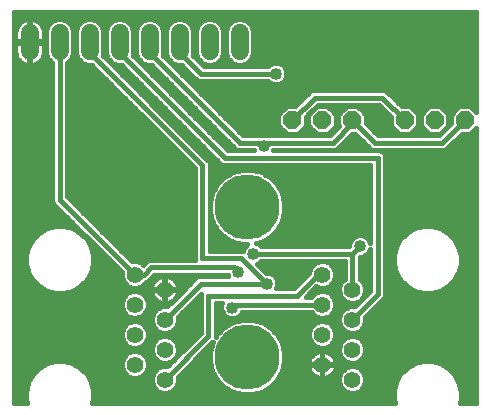
<source format=gbl>
G75*
%MOIN*%
%OFA0B0*%
%FSLAX24Y24*%
%IPPOS*%
%LPD*%
%AMOC8*
5,1,8,0,0,1.08239X$1,22.5*
%
%ADD10C,0.0554*%
%ADD11C,0.0600*%
%ADD12OC8,0.0594*%
%ADD13C,0.0160*%
%ADD14C,0.0180*%
%ADD15C,0.0400*%
%ADD16C,0.2165*%
D10*
X004704Y001930D03*
X005704Y002430D03*
X004704Y002930D03*
X005704Y003430D03*
X004704Y003930D03*
X005704Y004430D03*
X004704Y004930D03*
X010954Y004930D03*
X011954Y004430D03*
X010954Y003930D03*
X011954Y003430D03*
X010954Y002930D03*
X011954Y002430D03*
X010954Y001930D03*
X011954Y001430D03*
X005704Y001430D03*
D11*
X006204Y012380D02*
X006204Y012980D01*
X005204Y012980D02*
X005204Y012380D01*
X004204Y012380D02*
X004204Y012980D01*
X003204Y012980D02*
X003204Y012380D01*
X002204Y012380D02*
X002204Y012980D01*
X001204Y012980D02*
X001204Y012380D01*
X007204Y012380D02*
X007204Y012980D01*
X008204Y012980D02*
X008204Y012380D01*
D12*
X009954Y010080D03*
X010954Y010080D03*
X011954Y010080D03*
X013704Y010080D03*
X014704Y010080D03*
X015704Y010080D03*
D13*
X000684Y013696D02*
X000684Y000660D01*
X001117Y000660D01*
X001084Y000783D01*
X001084Y001077D01*
X001160Y001362D01*
X001308Y001618D01*
X001516Y001826D01*
X001771Y001974D01*
X002056Y002050D01*
X002351Y002050D01*
X002636Y001974D01*
X002891Y001826D01*
X003100Y001618D01*
X003247Y001362D01*
X003324Y001077D01*
X003324Y000783D01*
X003291Y000660D01*
X013367Y000660D01*
X013334Y000783D01*
X013334Y001077D01*
X013410Y001362D01*
X013558Y001618D01*
X013766Y001826D01*
X014021Y001974D01*
X014306Y002050D01*
X014601Y002050D01*
X014886Y001974D01*
X015141Y001826D01*
X015350Y001618D01*
X015497Y001362D01*
X015574Y001077D01*
X015574Y000783D01*
X015541Y000660D01*
X016094Y000660D01*
X016094Y009824D01*
X015893Y009623D01*
X015600Y009623D01*
X015095Y009118D01*
X015004Y009080D01*
X012654Y009080D01*
X012562Y009118D01*
X012492Y009188D01*
X012057Y009623D01*
X011950Y009623D01*
X011445Y009118D01*
X011354Y009080D01*
X009331Y009080D01*
X009331Y009080D01*
X012854Y009080D01*
X012945Y009042D01*
X013016Y008972D01*
X013054Y008880D01*
X013054Y004230D01*
X013016Y004138D01*
X012945Y004068D01*
X012391Y003514D01*
X012391Y003343D01*
X012324Y003182D01*
X012201Y003059D01*
X012041Y002993D01*
X011867Y002993D01*
X011706Y003059D01*
X011583Y003182D01*
X011517Y003343D01*
X011517Y003517D01*
X011583Y003678D01*
X011706Y003801D01*
X011867Y003867D01*
X012037Y003867D01*
X012554Y004384D01*
X012554Y005784D01*
X012509Y005676D01*
X012408Y005575D01*
X012275Y005520D01*
X012204Y005520D01*
X012204Y004798D01*
X012324Y004678D01*
X012391Y004517D01*
X012391Y004343D01*
X012324Y004182D01*
X012201Y004059D01*
X012041Y003993D01*
X011867Y003993D01*
X011706Y004059D01*
X011583Y004182D01*
X011517Y004343D01*
X011517Y004517D01*
X011583Y004678D01*
X011704Y004798D01*
X011704Y005380D01*
X008913Y005380D01*
X008858Y005325D01*
X008790Y005297D01*
X009097Y004990D01*
X009175Y004990D01*
X009308Y004935D01*
X010455Y004935D01*
X010517Y004996D02*
X010000Y004480D01*
X009431Y004480D01*
X009464Y004558D01*
X009464Y004702D01*
X009409Y004834D01*
X009308Y004935D01*
X009433Y004777D02*
X010297Y004777D01*
X010138Y004618D02*
X009464Y004618D01*
X008994Y005094D02*
X010548Y005094D01*
X010517Y005017D02*
X010583Y005178D01*
X010706Y005301D01*
X010867Y005367D01*
X011041Y005367D01*
X011201Y005301D01*
X011324Y005178D01*
X011391Y005017D01*
X011391Y004843D01*
X011324Y004682D01*
X011201Y004559D01*
X011041Y004493D01*
X010867Y004493D01*
X010763Y004536D01*
X010407Y004180D01*
X010586Y004180D01*
X010706Y004301D01*
X010867Y004367D01*
X011041Y004367D01*
X011201Y004301D01*
X011200Y004301D02*
X011534Y004301D01*
X011517Y004460D02*
X010687Y004460D01*
X010707Y004301D02*
X010528Y004301D01*
X011201Y004301D02*
X011324Y004178D01*
X011391Y004017D01*
X011391Y003843D01*
X011324Y003682D01*
X011201Y003559D01*
X011041Y003493D01*
X010867Y003493D01*
X010706Y003559D01*
X010586Y003680D01*
X008281Y003680D01*
X008259Y003626D01*
X008158Y003525D01*
X008025Y003470D01*
X007882Y003470D01*
X007750Y003525D01*
X007649Y003626D01*
X007594Y003758D01*
X007594Y003902D01*
X007626Y003980D01*
X007404Y003980D01*
X007404Y002847D01*
X007459Y002943D01*
X007691Y003174D01*
X007974Y003338D01*
X008290Y003423D01*
X008617Y003423D01*
X008933Y003338D01*
X009217Y003174D01*
X009448Y002943D01*
X009612Y002660D01*
X009696Y002344D01*
X009696Y002016D01*
X009612Y001700D01*
X009448Y001417D01*
X009217Y001186D01*
X008933Y001022D01*
X008617Y000937D01*
X008290Y000937D01*
X007974Y001022D01*
X007691Y001186D01*
X007459Y001417D01*
X007296Y001700D01*
X007211Y002016D01*
X007211Y002344D01*
X007296Y002660D01*
X007308Y002680D01*
X007295Y002668D01*
X006141Y001514D01*
X006141Y001343D01*
X006074Y001182D01*
X005951Y001059D01*
X005791Y000993D01*
X005617Y000993D01*
X005456Y001059D01*
X005333Y001182D01*
X005267Y001343D01*
X005267Y001517D01*
X005333Y001678D01*
X005456Y001801D01*
X005617Y001867D01*
X005787Y001867D01*
X006904Y002984D01*
X006904Y004276D01*
X006141Y003514D01*
X006141Y003343D01*
X006074Y003182D01*
X005951Y003059D01*
X005791Y002993D01*
X005617Y002993D01*
X005456Y003059D01*
X005333Y003182D01*
X005267Y003343D01*
X005267Y003517D01*
X005333Y003678D01*
X005456Y003801D01*
X005617Y003867D01*
X005787Y003867D01*
X006001Y004081D01*
X005943Y004039D01*
X005879Y004006D01*
X005811Y003984D01*
X005740Y003973D01*
X005712Y003973D01*
X005712Y004421D01*
X005695Y004421D01*
X005695Y003973D01*
X005668Y003973D01*
X005597Y003984D01*
X005141Y003984D01*
X005141Y004017D02*
X005074Y004178D01*
X004951Y004301D01*
X004950Y004301D02*
X005265Y004301D01*
X005258Y004323D02*
X005280Y004255D01*
X005313Y004190D01*
X005355Y004132D01*
X005406Y004081D01*
X005464Y004039D01*
X005528Y004006D01*
X005597Y003984D01*
X005695Y003984D02*
X005712Y003984D01*
X005810Y003984D02*
X005904Y003984D01*
X006053Y004132D02*
X006095Y004190D01*
X006127Y004255D01*
X006150Y004323D01*
X006161Y004394D01*
X006161Y004421D01*
X005712Y004421D01*
X005712Y004439D01*
X005695Y004439D01*
X005695Y004887D01*
X005668Y004887D01*
X005597Y004876D01*
X005528Y004854D01*
X005464Y004821D01*
X005406Y004779D01*
X005355Y004728D01*
X005313Y004670D01*
X005280Y004605D01*
X005258Y004537D01*
X005247Y004466D01*
X005247Y004439D01*
X005695Y004439D01*
X005695Y004421D01*
X005247Y004421D01*
X005247Y004394D01*
X005258Y004323D01*
X005247Y004460D02*
X002763Y004460D01*
X002636Y004386D02*
X002891Y004534D01*
X003100Y004742D01*
X003247Y004998D01*
X003324Y005283D01*
X003324Y005577D01*
X003247Y005862D01*
X003100Y006118D01*
X002891Y006326D01*
X002636Y006474D01*
X002351Y006550D01*
X002056Y006550D01*
X001771Y006474D01*
X001516Y006326D01*
X001308Y006118D01*
X001160Y005862D01*
X001084Y005577D01*
X001084Y005283D01*
X001160Y004998D01*
X001308Y004742D01*
X001516Y004534D01*
X001771Y004386D01*
X002056Y004310D01*
X002351Y004310D01*
X002636Y004386D01*
X002976Y004618D02*
X004398Y004618D01*
X004456Y004559D02*
X004617Y004493D01*
X004791Y004493D01*
X004951Y004559D01*
X005074Y004682D01*
X005078Y004690D01*
X005145Y004718D01*
X005216Y004788D01*
X005357Y004930D01*
X007806Y004930D01*
X007826Y004880D01*
X006854Y004880D01*
X006762Y004842D01*
X006692Y004772D01*
X006053Y004132D01*
X006060Y004143D02*
X006063Y004143D01*
X006143Y004301D02*
X006221Y004301D01*
X006161Y004439D02*
X005712Y004439D01*
X005712Y004887D01*
X005740Y004887D01*
X005811Y004876D01*
X005879Y004854D01*
X005943Y004821D01*
X006002Y004779D01*
X006052Y004728D01*
X006095Y004670D01*
X006127Y004605D01*
X006150Y004537D01*
X006161Y004466D01*
X006161Y004439D01*
X006161Y004460D02*
X006380Y004460D01*
X006538Y004618D02*
X006121Y004618D01*
X006004Y004777D02*
X006697Y004777D01*
X005712Y004777D02*
X005695Y004777D01*
X005695Y004618D02*
X005712Y004618D01*
X005404Y004777D02*
X005204Y004777D01*
X005286Y004618D02*
X005010Y004618D01*
X004456Y004559D02*
X004333Y004682D01*
X004267Y004843D01*
X004267Y005014D01*
X002062Y007218D01*
X001992Y007288D01*
X001954Y007380D01*
X001954Y011986D01*
X001943Y011990D01*
X001814Y012119D01*
X001744Y012288D01*
X001744Y013071D01*
X001814Y013241D01*
X001943Y013370D01*
X002112Y013440D01*
X002295Y013440D01*
X002464Y013370D01*
X002594Y013241D01*
X002664Y013071D01*
X002664Y012288D01*
X002594Y012119D01*
X002464Y011990D01*
X002454Y011986D01*
X002454Y007534D01*
X004620Y005367D01*
X004791Y005367D01*
X004951Y005301D01*
X004986Y005266D01*
X005112Y005392D01*
X005204Y005430D01*
X006704Y005430D01*
X006704Y005430D01*
X006704Y008476D01*
X003260Y011920D01*
X003112Y011920D01*
X002943Y011990D01*
X002814Y012119D01*
X002744Y012288D01*
X002744Y013071D01*
X002814Y013241D01*
X002943Y013370D01*
X003112Y013440D01*
X003295Y013440D01*
X003464Y013370D01*
X003594Y013241D01*
X003664Y013071D01*
X003664Y012288D01*
X003645Y012243D01*
X007095Y008792D01*
X007166Y008722D01*
X007204Y008630D01*
X007204Y005730D01*
X008304Y005730D01*
X008305Y005729D01*
X008349Y005834D01*
X008450Y005935D01*
X008455Y005937D01*
X008290Y005937D01*
X007974Y006022D01*
X007691Y006186D01*
X007459Y006417D01*
X007296Y006700D01*
X007211Y007016D01*
X007211Y007344D01*
X007296Y007660D01*
X007459Y007943D01*
X007691Y008174D01*
X007974Y008338D01*
X008290Y008423D01*
X008617Y008423D01*
X008933Y008338D01*
X009217Y008174D01*
X009448Y007943D01*
X009612Y007660D01*
X009696Y007344D01*
X009696Y007016D01*
X009612Y006700D01*
X009448Y006417D01*
X009217Y006186D01*
X008933Y006022D01*
X008760Y005976D01*
X008858Y005935D01*
X008913Y005880D01*
X011844Y005880D01*
X011844Y005952D01*
X011899Y006084D01*
X012000Y006185D01*
X012132Y006240D01*
X012275Y006240D01*
X012408Y006185D01*
X012509Y006084D01*
X012554Y005976D01*
X012554Y008580D01*
X007654Y008580D01*
X007562Y008618D01*
X004260Y011920D01*
X004112Y011920D01*
X003943Y011990D01*
X003814Y012119D01*
X003744Y012288D01*
X003744Y013071D01*
X003814Y013241D01*
X003943Y013370D01*
X004112Y013440D01*
X004295Y013440D01*
X004464Y013370D01*
X004594Y013241D01*
X004664Y013071D01*
X004664Y012288D01*
X004645Y012243D01*
X007807Y009080D01*
X008676Y009080D01*
X008676Y009080D01*
X008154Y009080D01*
X008062Y009118D01*
X007992Y009188D01*
X005260Y011920D01*
X005112Y011920D01*
X004943Y011990D01*
X004814Y012119D01*
X004744Y012288D01*
X004744Y013071D01*
X004814Y013241D01*
X004943Y013370D01*
X005112Y013440D01*
X005295Y013440D01*
X005464Y013370D01*
X005594Y013241D01*
X005664Y013071D01*
X005664Y012288D01*
X005645Y012243D01*
X008307Y009580D01*
X008908Y009580D01*
X008932Y009590D01*
X009075Y009590D01*
X009100Y009580D01*
X011200Y009580D01*
X011504Y009884D01*
X011497Y009891D01*
X011497Y010269D01*
X011765Y010537D01*
X012143Y010537D01*
X012411Y010269D01*
X012411Y009977D01*
X012807Y009580D01*
X014850Y009580D01*
X015247Y009977D01*
X015247Y010269D01*
X015515Y010537D01*
X015893Y010537D01*
X016094Y010336D01*
X016094Y013696D01*
X000684Y013696D01*
X000684Y013653D02*
X016094Y013653D01*
X016094Y013494D02*
X000684Y013494D01*
X000684Y013336D02*
X000880Y013336D01*
X000891Y013346D02*
X000838Y013293D01*
X000793Y013232D01*
X000759Y013164D01*
X000736Y013092D01*
X000724Y013018D01*
X000724Y012700D01*
X001184Y012700D01*
X001184Y013460D01*
X001166Y013460D01*
X001091Y013448D01*
X001020Y013425D01*
X000952Y013391D01*
X000891Y013346D01*
X000765Y013177D02*
X000684Y013177D01*
X000684Y013019D02*
X000724Y013019D01*
X000724Y012860D02*
X000684Y012860D01*
X000684Y012702D02*
X000724Y012702D01*
X000724Y012660D02*
X000724Y012342D01*
X000736Y012268D01*
X000759Y012196D01*
X000793Y012128D01*
X000838Y012067D01*
X000891Y012014D01*
X000952Y011969D01*
X001020Y011935D01*
X001091Y011912D01*
X001166Y011900D01*
X001184Y011900D01*
X001184Y012660D01*
X001224Y012660D01*
X001224Y012700D01*
X001684Y012700D01*
X001684Y013018D01*
X001672Y013092D01*
X001649Y013164D01*
X001614Y013232D01*
X001570Y013293D01*
X001516Y013346D01*
X001455Y013391D01*
X001388Y013425D01*
X001316Y013448D01*
X001242Y013460D01*
X001224Y013460D01*
X001224Y012700D01*
X001184Y012700D01*
X001184Y012660D01*
X000724Y012660D01*
X000724Y012543D02*
X000684Y012543D01*
X001184Y012543D02*
X001224Y012543D01*
X001224Y012660D02*
X001224Y011900D01*
X001242Y011900D01*
X001316Y011912D01*
X001388Y011935D01*
X001455Y011969D01*
X001516Y012014D01*
X001570Y012067D01*
X001614Y012128D01*
X001649Y012196D01*
X001672Y012268D01*
X001684Y012342D01*
X001684Y012660D01*
X001224Y012660D01*
X001224Y012702D02*
X001184Y012702D01*
X001184Y012860D02*
X001224Y012860D01*
X001224Y013019D02*
X001184Y013019D01*
X001184Y013177D02*
X001224Y013177D01*
X001224Y013336D02*
X001184Y013336D01*
X001527Y013336D02*
X001909Y013336D01*
X001787Y013177D02*
X001642Y013177D01*
X001684Y013019D02*
X001744Y013019D01*
X001744Y012860D02*
X001684Y012860D01*
X001684Y012702D02*
X001744Y012702D01*
X001744Y012543D02*
X001684Y012543D01*
X001684Y012385D02*
X001744Y012385D01*
X001770Y012226D02*
X001658Y012226D01*
X001570Y012068D02*
X001866Y012068D01*
X001954Y011909D02*
X001298Y011909D01*
X001224Y011909D02*
X001184Y011909D01*
X001109Y011909D02*
X000684Y011909D01*
X000684Y011751D02*
X001954Y011751D01*
X001954Y011592D02*
X000684Y011592D01*
X000684Y011434D02*
X001954Y011434D01*
X001954Y011275D02*
X000684Y011275D01*
X000684Y011117D02*
X001954Y011117D01*
X001954Y010958D02*
X000684Y010958D01*
X000684Y010800D02*
X001954Y010800D01*
X001954Y010641D02*
X000684Y010641D01*
X000684Y010483D02*
X001954Y010483D01*
X001954Y010324D02*
X000684Y010324D01*
X000684Y010166D02*
X001954Y010166D01*
X001954Y010007D02*
X000684Y010007D01*
X000684Y009849D02*
X001954Y009849D01*
X001954Y009690D02*
X000684Y009690D01*
X000684Y009532D02*
X001954Y009532D01*
X001954Y009373D02*
X000684Y009373D01*
X000684Y009215D02*
X001954Y009215D01*
X001954Y009056D02*
X000684Y009056D01*
X000684Y008898D02*
X001954Y008898D01*
X001954Y008739D02*
X000684Y008739D01*
X000684Y008581D02*
X001954Y008581D01*
X001954Y008422D02*
X000684Y008422D01*
X000684Y008264D02*
X001954Y008264D01*
X001954Y008105D02*
X000684Y008105D01*
X000684Y007947D02*
X001954Y007947D01*
X001954Y007788D02*
X000684Y007788D01*
X000684Y007630D02*
X001954Y007630D01*
X001954Y007471D02*
X000684Y007471D01*
X000684Y007313D02*
X001982Y007313D01*
X002126Y007154D02*
X000684Y007154D01*
X000684Y006996D02*
X002285Y006996D01*
X002443Y006837D02*
X000684Y006837D01*
X000684Y006679D02*
X002602Y006679D01*
X002463Y006520D02*
X002760Y006520D01*
X002830Y006362D02*
X002919Y006362D01*
X003015Y006203D02*
X003077Y006203D01*
X003142Y006045D02*
X003236Y006045D01*
X003234Y005886D02*
X003394Y005886D01*
X003284Y005728D02*
X003553Y005728D01*
X003711Y005569D02*
X003324Y005569D01*
X003324Y005411D02*
X003870Y005411D01*
X004028Y005252D02*
X003316Y005252D01*
X003273Y005094D02*
X004187Y005094D01*
X004267Y004935D02*
X003211Y004935D01*
X003120Y004777D02*
X004294Y004777D01*
X004456Y004301D02*
X004617Y004367D01*
X004791Y004367D01*
X004951Y004301D01*
X005089Y004143D02*
X005348Y004143D01*
X005141Y004017D02*
X005141Y003843D01*
X005074Y003682D01*
X004951Y003559D01*
X004791Y003493D01*
X004617Y003493D01*
X004456Y003559D01*
X004333Y003682D01*
X004267Y003843D01*
X004267Y004017D01*
X004333Y004178D01*
X004456Y004301D01*
X004457Y004301D02*
X000684Y004301D01*
X000684Y004143D02*
X004319Y004143D01*
X004267Y003984D02*
X000684Y003984D01*
X000684Y003826D02*
X004274Y003826D01*
X004349Y003667D02*
X000684Y003667D01*
X000684Y003509D02*
X004579Y003509D01*
X004617Y003367D02*
X004456Y003301D01*
X004333Y003178D01*
X004267Y003017D01*
X004267Y002843D01*
X004333Y002682D01*
X004456Y002559D01*
X004617Y002493D01*
X004791Y002493D01*
X004951Y002559D01*
X005074Y002682D01*
X005141Y002843D01*
X005141Y003017D01*
X005074Y003178D01*
X004951Y003301D01*
X004791Y003367D01*
X004617Y003367D01*
X004575Y003350D02*
X000684Y003350D01*
X000684Y003192D02*
X004347Y003192D01*
X004273Y003033D02*
X000684Y003033D01*
X000684Y002875D02*
X004267Y002875D01*
X004319Y002716D02*
X000684Y002716D01*
X000684Y002558D02*
X004461Y002558D01*
X004617Y002367D02*
X004456Y002301D01*
X004333Y002178D01*
X004267Y002017D01*
X004267Y001843D01*
X004333Y001682D01*
X004456Y001559D01*
X004617Y001493D01*
X004791Y001493D01*
X004951Y001559D01*
X005074Y001682D01*
X005141Y001843D01*
X005141Y002017D01*
X005074Y002178D01*
X004951Y002301D01*
X004791Y002367D01*
X004617Y002367D01*
X004396Y002241D02*
X000684Y002241D01*
X000684Y002399D02*
X005267Y002399D01*
X005267Y002343D02*
X005333Y002182D01*
X005456Y002059D01*
X005617Y001993D01*
X005791Y001993D01*
X005951Y002059D01*
X006074Y002182D01*
X006141Y002343D01*
X006141Y002517D01*
X006074Y002678D01*
X005951Y002801D01*
X005791Y002867D01*
X005617Y002867D01*
X005456Y002801D01*
X005333Y002678D01*
X005267Y002517D01*
X005267Y002343D01*
X005309Y002241D02*
X005012Y002241D01*
X005114Y002082D02*
X005434Y002082D01*
X005141Y001924D02*
X005844Y001924D01*
X005974Y002082D02*
X006002Y002082D01*
X006098Y002241D02*
X006161Y002241D01*
X006141Y002399D02*
X006319Y002399D01*
X006478Y002558D02*
X006124Y002558D01*
X006036Y002716D02*
X006636Y002716D01*
X006795Y002875D02*
X005141Y002875D01*
X005088Y002716D02*
X005372Y002716D01*
X005283Y002558D02*
X004947Y002558D01*
X004294Y002082D02*
X000684Y002082D01*
X000684Y001924D02*
X001685Y001924D01*
X001455Y001765D02*
X000684Y001765D01*
X000684Y001607D02*
X001301Y001607D01*
X001210Y001448D02*
X000684Y001448D01*
X000684Y001290D02*
X001141Y001290D01*
X001098Y001131D02*
X000684Y001131D01*
X000684Y000973D02*
X001084Y000973D01*
X001084Y000814D02*
X000684Y000814D01*
X003106Y001607D02*
X004409Y001607D01*
X004299Y001765D02*
X002953Y001765D01*
X002723Y001924D02*
X004267Y001924D01*
X004999Y001607D02*
X005304Y001607D01*
X005267Y001448D02*
X003198Y001448D01*
X003267Y001290D02*
X005289Y001290D01*
X005385Y001131D02*
X003309Y001131D01*
X003324Y000973D02*
X008159Y000973D01*
X007785Y001131D02*
X006023Y001131D01*
X006119Y001290D02*
X007587Y001290D01*
X007441Y001448D02*
X006141Y001448D01*
X006234Y001607D02*
X007350Y001607D01*
X007278Y001765D02*
X006392Y001765D01*
X006551Y001924D02*
X007236Y001924D01*
X007211Y002082D02*
X006709Y002082D01*
X006868Y002241D02*
X007211Y002241D01*
X007226Y002399D02*
X007026Y002399D01*
X007185Y002558D02*
X007268Y002558D01*
X007404Y002875D02*
X007420Y002875D01*
X007404Y003033D02*
X007549Y003033D01*
X007404Y003192D02*
X007720Y003192D01*
X008019Y003350D02*
X007404Y003350D01*
X007404Y003509D02*
X007789Y003509D01*
X007632Y003667D02*
X007404Y003667D01*
X007404Y003826D02*
X007594Y003826D01*
X008276Y003667D02*
X010599Y003667D01*
X010829Y003509D02*
X008118Y003509D01*
X008889Y003350D02*
X010825Y003350D01*
X010867Y003367D02*
X010706Y003301D01*
X010583Y003178D01*
X010517Y003017D01*
X010517Y002843D01*
X010583Y002682D01*
X010706Y002559D01*
X010867Y002493D01*
X011041Y002493D01*
X011201Y002559D01*
X011324Y002682D01*
X011391Y002843D01*
X011391Y003017D01*
X011324Y003178D01*
X011201Y003301D01*
X011041Y003367D01*
X010867Y003367D01*
X011082Y003350D02*
X011517Y003350D01*
X011517Y003509D02*
X011079Y003509D01*
X011309Y003667D02*
X011579Y003667D01*
X011766Y003826D02*
X011384Y003826D01*
X011391Y003984D02*
X012154Y003984D01*
X012285Y004143D02*
X012313Y004143D01*
X012374Y004301D02*
X012471Y004301D01*
X012391Y004460D02*
X012554Y004460D01*
X013054Y004460D02*
X013895Y004460D01*
X014021Y004386D02*
X013766Y004534D01*
X013558Y004742D01*
X013410Y004998D01*
X013334Y005283D01*
X013334Y005577D01*
X013410Y005862D01*
X013558Y006118D01*
X013766Y006326D01*
X014021Y006474D01*
X014306Y006550D01*
X014601Y006550D01*
X014886Y006474D01*
X015141Y006326D01*
X015350Y006118D01*
X015497Y005862D01*
X015574Y005577D01*
X015574Y005283D01*
X015497Y004998D01*
X015350Y004742D01*
X015141Y004534D01*
X014886Y004386D01*
X014601Y004310D01*
X014306Y004310D01*
X014021Y004386D01*
X013682Y004618D02*
X013054Y004618D01*
X013054Y004777D02*
X013538Y004777D01*
X013446Y004935D02*
X013054Y004935D01*
X013054Y005094D02*
X013384Y005094D01*
X013342Y005252D02*
X013054Y005252D01*
X013054Y005411D02*
X013334Y005411D01*
X013334Y005569D02*
X013054Y005569D01*
X013054Y005728D02*
X013374Y005728D01*
X013424Y005886D02*
X013054Y005886D01*
X013054Y006045D02*
X013515Y006045D01*
X013643Y006203D02*
X013054Y006203D01*
X013054Y006362D02*
X013827Y006362D01*
X014194Y006520D02*
X013054Y006520D01*
X013054Y006679D02*
X016094Y006679D01*
X016094Y006837D02*
X013054Y006837D01*
X013054Y006996D02*
X016094Y006996D01*
X016094Y007154D02*
X013054Y007154D01*
X013054Y007313D02*
X016094Y007313D01*
X016094Y007471D02*
X013054Y007471D01*
X013054Y007630D02*
X016094Y007630D01*
X016094Y007788D02*
X013054Y007788D01*
X013054Y007947D02*
X016094Y007947D01*
X016094Y008105D02*
X013054Y008105D01*
X013054Y008264D02*
X016094Y008264D01*
X016094Y008422D02*
X013054Y008422D01*
X013054Y008581D02*
X016094Y008581D01*
X016094Y008739D02*
X013054Y008739D01*
X013046Y008898D02*
X016094Y008898D01*
X016094Y009056D02*
X012911Y009056D01*
X012466Y009215D02*
X011542Y009215D01*
X011700Y009373D02*
X012307Y009373D01*
X012149Y009532D02*
X011859Y009532D01*
X011310Y009690D02*
X011210Y009690D01*
X011143Y009623D02*
X011411Y009891D01*
X011411Y010269D01*
X011143Y010537D01*
X010765Y010537D01*
X010497Y010269D01*
X010497Y009891D01*
X010765Y009623D01*
X011143Y009623D01*
X010698Y009690D02*
X010210Y009690D01*
X010143Y009623D02*
X009765Y009623D01*
X009497Y009891D01*
X009497Y010269D01*
X009765Y010537D01*
X010057Y010537D01*
X010562Y011042D01*
X010654Y011080D01*
X013004Y011080D01*
X013095Y011042D01*
X013166Y010972D01*
X013600Y010537D01*
X013893Y010537D01*
X014161Y010269D01*
X014161Y009891D01*
X013893Y009623D01*
X013515Y009623D01*
X013247Y009891D01*
X013247Y010183D01*
X012850Y010580D01*
X010807Y010580D01*
X010411Y010183D01*
X010411Y009891D01*
X010143Y009623D01*
X009698Y009690D02*
X008197Y009690D01*
X008039Y009849D02*
X009539Y009849D01*
X009497Y010007D02*
X007880Y010007D01*
X007722Y010166D02*
X009497Y010166D01*
X009552Y010324D02*
X007563Y010324D01*
X007405Y010483D02*
X009710Y010483D01*
X010161Y010641D02*
X007246Y010641D01*
X007088Y010800D02*
X010320Y010800D01*
X010478Y010958D02*
X006929Y010958D01*
X006771Y011117D02*
X016094Y011117D01*
X016094Y011275D02*
X009488Y011275D01*
X009475Y011270D02*
X009608Y011325D01*
X009709Y011426D01*
X009764Y011558D01*
X009764Y011702D01*
X009709Y011834D01*
X009608Y011935D01*
X009475Y011990D01*
X009332Y011990D01*
X009200Y011935D01*
X009145Y011880D01*
X007007Y011880D01*
X006645Y012243D01*
X006664Y012288D01*
X006664Y013071D01*
X006594Y013241D01*
X006464Y013370D01*
X006295Y013440D01*
X006112Y013440D01*
X005943Y013370D01*
X005814Y013241D01*
X005744Y013071D01*
X005744Y012288D01*
X005814Y012119D01*
X005943Y011990D01*
X006112Y011920D01*
X006260Y011920D01*
X006762Y011418D01*
X006854Y011380D01*
X009145Y011380D01*
X009200Y011325D01*
X009332Y011270D01*
X009475Y011270D01*
X009320Y011275D02*
X006612Y011275D01*
X006747Y011434D02*
X006454Y011434D01*
X006588Y011592D02*
X006295Y011592D01*
X006430Y011751D02*
X006137Y011751D01*
X006271Y011909D02*
X005978Y011909D01*
X005866Y012068D02*
X005820Y012068D01*
X005770Y012226D02*
X005661Y012226D01*
X005664Y012385D02*
X005744Y012385D01*
X005744Y012543D02*
X005664Y012543D01*
X005664Y012702D02*
X005744Y012702D01*
X005744Y012860D02*
X005664Y012860D01*
X005664Y013019D02*
X005744Y013019D01*
X005787Y013177D02*
X005620Y013177D01*
X005499Y013336D02*
X005909Y013336D01*
X006499Y013336D02*
X006909Y013336D01*
X006943Y013370D02*
X006814Y013241D01*
X006744Y013071D01*
X006744Y012288D01*
X006814Y012119D01*
X006943Y011990D01*
X007112Y011920D01*
X007295Y011920D01*
X007464Y011990D01*
X007594Y012119D01*
X007664Y012288D01*
X007664Y013071D01*
X007594Y013241D01*
X007464Y013370D01*
X007295Y013440D01*
X007112Y013440D01*
X006943Y013370D01*
X006787Y013177D02*
X006620Y013177D01*
X006664Y013019D02*
X006744Y013019D01*
X006744Y012860D02*
X006664Y012860D01*
X006664Y012702D02*
X006744Y012702D01*
X006744Y012543D02*
X006664Y012543D01*
X006664Y012385D02*
X006744Y012385D01*
X006770Y012226D02*
X006661Y012226D01*
X006820Y012068D02*
X006866Y012068D01*
X006978Y011909D02*
X009174Y011909D01*
X009634Y011909D02*
X016094Y011909D01*
X016094Y011751D02*
X009744Y011751D01*
X009764Y011592D02*
X016094Y011592D01*
X016094Y011434D02*
X009712Y011434D01*
X008594Y012119D02*
X008464Y011990D01*
X008295Y011920D01*
X008112Y011920D01*
X007943Y011990D01*
X007814Y012119D01*
X007744Y012288D01*
X007744Y013071D01*
X007814Y013241D01*
X007943Y013370D01*
X008112Y013440D01*
X008295Y013440D01*
X008464Y013370D01*
X008594Y013241D01*
X008664Y013071D01*
X008664Y012288D01*
X008594Y012119D01*
X008542Y012068D02*
X016094Y012068D01*
X016094Y012226D02*
X008638Y012226D01*
X008664Y012385D02*
X016094Y012385D01*
X016094Y012543D02*
X008664Y012543D01*
X008664Y012702D02*
X016094Y012702D01*
X016094Y012860D02*
X008664Y012860D01*
X008664Y013019D02*
X016094Y013019D01*
X016094Y013177D02*
X008620Y013177D01*
X008499Y013336D02*
X016094Y013336D01*
X016094Y010958D02*
X013179Y010958D01*
X013338Y010800D02*
X016094Y010800D01*
X016094Y010641D02*
X013496Y010641D01*
X012948Y010483D02*
X012197Y010483D01*
X012356Y010324D02*
X013106Y010324D01*
X013247Y010166D02*
X012411Y010166D01*
X012411Y010007D02*
X013247Y010007D01*
X013289Y009849D02*
X012539Y009849D01*
X012697Y009690D02*
X013448Y009690D01*
X013960Y009690D02*
X014448Y009690D01*
X014515Y009623D02*
X014247Y009891D01*
X014247Y010269D01*
X014515Y010537D01*
X014893Y010537D01*
X015161Y010269D01*
X015161Y009891D01*
X014893Y009623D01*
X014515Y009623D01*
X014960Y009690D02*
X014960Y009690D01*
X015118Y009849D02*
X015119Y009849D01*
X015161Y010007D02*
X015247Y010007D01*
X015247Y010166D02*
X015161Y010166D01*
X015106Y010324D02*
X015302Y010324D01*
X015460Y010483D02*
X014947Y010483D01*
X014460Y010483D02*
X013947Y010483D01*
X014106Y010324D02*
X014302Y010324D01*
X014247Y010166D02*
X014161Y010166D01*
X014161Y010007D02*
X014247Y010007D01*
X014289Y009849D02*
X014118Y009849D01*
X015350Y009373D02*
X016094Y009373D01*
X016094Y009532D02*
X015509Y009532D01*
X015960Y009690D02*
X016094Y009690D01*
X016094Y009215D02*
X015192Y009215D01*
X012554Y008422D02*
X008620Y008422D01*
X008288Y008422D02*
X007204Y008422D01*
X007204Y008264D02*
X007845Y008264D01*
X007621Y008105D02*
X007204Y008105D01*
X007204Y007947D02*
X007463Y007947D01*
X007370Y007788D02*
X007204Y007788D01*
X007204Y007630D02*
X007288Y007630D01*
X007245Y007471D02*
X007204Y007471D01*
X007204Y007313D02*
X007211Y007313D01*
X007204Y007154D02*
X007211Y007154D01*
X007204Y006996D02*
X007217Y006996D01*
X007204Y006837D02*
X007259Y006837D01*
X007308Y006679D02*
X007204Y006679D01*
X007204Y006520D02*
X007400Y006520D01*
X007515Y006362D02*
X007204Y006362D01*
X007204Y006203D02*
X007673Y006203D01*
X007935Y006045D02*
X007204Y006045D01*
X007204Y005886D02*
X008401Y005886D01*
X008907Y005886D02*
X011844Y005886D01*
X011882Y006045D02*
X008972Y006045D01*
X009234Y006203D02*
X012043Y006203D01*
X012365Y006203D02*
X012554Y006203D01*
X012554Y006362D02*
X009393Y006362D01*
X009508Y006520D02*
X012554Y006520D01*
X012554Y006679D02*
X009599Y006679D01*
X009648Y006837D02*
X012554Y006837D01*
X012554Y006996D02*
X009691Y006996D01*
X009696Y007154D02*
X012554Y007154D01*
X012554Y007313D02*
X009696Y007313D01*
X009662Y007471D02*
X012554Y007471D01*
X012554Y007630D02*
X009620Y007630D01*
X009538Y007788D02*
X012554Y007788D01*
X012554Y007947D02*
X009445Y007947D01*
X009286Y008105D02*
X012554Y008105D01*
X012554Y008264D02*
X009062Y008264D01*
X007653Y008581D02*
X007204Y008581D01*
X007148Y008739D02*
X007441Y008739D01*
X007283Y008898D02*
X006990Y008898D01*
X007124Y009056D02*
X006831Y009056D01*
X006966Y009215D02*
X006673Y009215D01*
X006124Y009056D02*
X002454Y009056D01*
X002454Y008898D02*
X006283Y008898D01*
X006441Y008739D02*
X002454Y008739D01*
X002454Y008581D02*
X006600Y008581D01*
X006704Y008422D02*
X002454Y008422D01*
X002454Y008264D02*
X006704Y008264D01*
X006704Y008105D02*
X002454Y008105D01*
X002454Y007947D02*
X006704Y007947D01*
X006704Y007788D02*
X002454Y007788D01*
X002454Y007630D02*
X006704Y007630D01*
X006704Y007471D02*
X002516Y007471D01*
X002675Y007313D02*
X006704Y007313D01*
X006704Y007154D02*
X002833Y007154D01*
X002992Y006996D02*
X006704Y006996D01*
X006704Y006837D02*
X003150Y006837D01*
X003309Y006679D02*
X006704Y006679D01*
X006704Y006520D02*
X003467Y006520D01*
X003626Y006362D02*
X006704Y006362D01*
X006704Y006203D02*
X003784Y006203D01*
X003943Y006045D02*
X006704Y006045D01*
X006704Y005886D02*
X004101Y005886D01*
X004260Y005728D02*
X006704Y005728D01*
X006704Y005569D02*
X004418Y005569D01*
X004577Y005411D02*
X005157Y005411D01*
X005695Y004460D02*
X005712Y004460D01*
X005695Y004301D02*
X005712Y004301D01*
X005695Y004143D02*
X005712Y004143D01*
X005516Y003826D02*
X005134Y003826D01*
X005059Y003667D02*
X005329Y003667D01*
X005267Y003509D02*
X004829Y003509D01*
X004832Y003350D02*
X005267Y003350D01*
X005329Y003192D02*
X005061Y003192D01*
X005134Y003033D02*
X005520Y003033D01*
X005888Y003033D02*
X006904Y003033D01*
X006904Y003192D02*
X006078Y003192D01*
X006141Y003350D02*
X006904Y003350D01*
X006904Y003509D02*
X006141Y003509D01*
X006294Y003667D02*
X006904Y003667D01*
X006904Y003826D02*
X006453Y003826D01*
X006611Y003984D02*
X006904Y003984D01*
X006904Y004143D02*
X006770Y004143D01*
X009187Y003192D02*
X010597Y003192D01*
X010523Y003033D02*
X009358Y003033D01*
X009488Y002875D02*
X010517Y002875D01*
X010569Y002716D02*
X009579Y002716D01*
X009639Y002558D02*
X010711Y002558D01*
X010778Y002354D02*
X010714Y002321D01*
X010656Y002279D01*
X010605Y002228D01*
X010563Y002170D01*
X010530Y002105D01*
X010508Y002037D01*
X010497Y001966D01*
X010497Y001939D01*
X010945Y001939D01*
X010945Y002387D01*
X010918Y002387D01*
X010847Y002376D01*
X010778Y002354D01*
X010962Y002387D02*
X010962Y001939D01*
X010945Y001939D01*
X010945Y001921D01*
X010962Y001921D01*
X010962Y001473D01*
X010990Y001473D01*
X011061Y001484D01*
X011129Y001506D01*
X011193Y001539D01*
X011252Y001581D01*
X011302Y001632D01*
X011345Y001690D01*
X011377Y001755D01*
X011400Y001823D01*
X011411Y001894D01*
X011411Y001921D01*
X010962Y001921D01*
X010962Y001939D01*
X011411Y001939D01*
X011411Y001966D01*
X011400Y002037D01*
X011377Y002105D01*
X011345Y002170D01*
X011302Y002228D01*
X011252Y002279D01*
X011193Y002321D01*
X011129Y002354D01*
X011061Y002376D01*
X010990Y002387D01*
X010962Y002387D01*
X010945Y002241D02*
X010962Y002241D01*
X010945Y002082D02*
X010962Y002082D01*
X010962Y001924D02*
X013935Y001924D01*
X013705Y001765D02*
X012237Y001765D01*
X012201Y001801D02*
X012041Y001867D01*
X011867Y001867D01*
X011706Y001801D01*
X011583Y001678D01*
X011517Y001517D01*
X011517Y001343D01*
X011583Y001182D01*
X011706Y001059D01*
X011867Y000993D01*
X012041Y000993D01*
X012201Y001059D01*
X012324Y001182D01*
X012391Y001343D01*
X012391Y001517D01*
X012324Y001678D01*
X012201Y001801D01*
X012354Y001607D02*
X013551Y001607D01*
X013460Y001448D02*
X012391Y001448D01*
X012369Y001290D02*
X013391Y001290D01*
X013348Y001131D02*
X012273Y001131D01*
X011635Y001131D02*
X009122Y001131D01*
X009321Y001290D02*
X011539Y001290D01*
X011517Y001448D02*
X009466Y001448D01*
X009558Y001607D02*
X010631Y001607D01*
X010605Y001632D02*
X010656Y001581D01*
X010714Y001539D01*
X010778Y001506D01*
X010847Y001484D01*
X010918Y001473D01*
X010945Y001473D01*
X010945Y001921D01*
X010497Y001921D01*
X010497Y001894D01*
X010508Y001823D01*
X010530Y001755D01*
X010563Y001690D01*
X010605Y001632D01*
X010527Y001765D02*
X009629Y001765D01*
X009672Y001924D02*
X010945Y001924D01*
X010945Y001765D02*
X010962Y001765D01*
X010945Y001607D02*
X010962Y001607D01*
X011277Y001607D02*
X011554Y001607D01*
X011671Y001765D02*
X011381Y001765D01*
X011706Y002059D02*
X011867Y001993D01*
X012041Y001993D01*
X012201Y002059D01*
X012324Y002182D01*
X012391Y002343D01*
X012391Y002517D01*
X012324Y002678D01*
X012201Y002801D01*
X012041Y002867D01*
X011867Y002867D01*
X011706Y002801D01*
X011583Y002678D01*
X011517Y002517D01*
X011517Y002343D01*
X011583Y002182D01*
X011706Y002059D01*
X011684Y002082D02*
X011385Y002082D01*
X011290Y002241D02*
X011559Y002241D01*
X011517Y002399D02*
X009682Y002399D01*
X009696Y002241D02*
X010618Y002241D01*
X010522Y002082D02*
X009696Y002082D01*
X011197Y002558D02*
X011533Y002558D01*
X011622Y002716D02*
X011338Y002716D01*
X011391Y002875D02*
X016094Y002875D01*
X016094Y002716D02*
X012286Y002716D01*
X012374Y002558D02*
X016094Y002558D01*
X016094Y002399D02*
X012391Y002399D01*
X012348Y002241D02*
X016094Y002241D01*
X016094Y002082D02*
X012224Y002082D01*
X012138Y003033D02*
X016094Y003033D01*
X016094Y003192D02*
X012328Y003192D01*
X012391Y003350D02*
X016094Y003350D01*
X016094Y003509D02*
X012391Y003509D01*
X012544Y003667D02*
X016094Y003667D01*
X016094Y003826D02*
X012703Y003826D01*
X012861Y003984D02*
X016094Y003984D01*
X016094Y004143D02*
X013017Y004143D01*
X013054Y004301D02*
X016094Y004301D01*
X016094Y004460D02*
X015013Y004460D01*
X015226Y004618D02*
X016094Y004618D01*
X016094Y004777D02*
X015370Y004777D01*
X015461Y004935D02*
X016094Y004935D01*
X016094Y005094D02*
X015523Y005094D01*
X015566Y005252D02*
X016094Y005252D01*
X016094Y005411D02*
X015574Y005411D01*
X015574Y005569D02*
X016094Y005569D01*
X016094Y005728D02*
X015534Y005728D01*
X015484Y005886D02*
X016094Y005886D01*
X016094Y006045D02*
X015392Y006045D01*
X015265Y006203D02*
X016094Y006203D01*
X016094Y006362D02*
X015080Y006362D01*
X014713Y006520D02*
X016094Y006520D01*
X012554Y006045D02*
X012525Y006045D01*
X012530Y005728D02*
X012554Y005728D01*
X012554Y005569D02*
X012394Y005569D01*
X012554Y005411D02*
X012204Y005411D01*
X012204Y005252D02*
X012554Y005252D01*
X012554Y005094D02*
X012204Y005094D01*
X012204Y004935D02*
X012554Y004935D01*
X012554Y004777D02*
X012226Y004777D01*
X012349Y004618D02*
X012554Y004618D01*
X011682Y004777D02*
X011363Y004777D01*
X011391Y004935D02*
X011704Y004935D01*
X011704Y005094D02*
X011359Y005094D01*
X011250Y005252D02*
X011704Y005252D01*
X010658Y005252D02*
X008835Y005252D01*
X010517Y005017D02*
X010517Y004996D01*
X011260Y004618D02*
X011558Y004618D01*
X011623Y004143D02*
X011339Y004143D01*
X011311Y003192D02*
X011579Y003192D01*
X011770Y003033D02*
X011384Y003033D01*
X014973Y001924D02*
X016094Y001924D01*
X016094Y001765D02*
X015203Y001765D01*
X015356Y001607D02*
X016094Y001607D01*
X016094Y001448D02*
X015448Y001448D01*
X015517Y001290D02*
X016094Y001290D01*
X016094Y001131D02*
X015559Y001131D01*
X015574Y000973D02*
X016094Y000973D01*
X016094Y000814D02*
X015574Y000814D01*
X013334Y000814D02*
X003324Y000814D01*
X005109Y001765D02*
X005421Y001765D01*
X008749Y000973D02*
X013334Y000973D01*
X001645Y004460D02*
X000684Y004460D01*
X000684Y004618D02*
X001432Y004618D01*
X001288Y004777D02*
X000684Y004777D01*
X000684Y004935D02*
X001196Y004935D01*
X001134Y005094D02*
X000684Y005094D01*
X000684Y005252D02*
X001092Y005252D01*
X001084Y005411D02*
X000684Y005411D01*
X000684Y005569D02*
X001084Y005569D01*
X001124Y005728D02*
X000684Y005728D01*
X000684Y005886D02*
X001174Y005886D01*
X001265Y006045D02*
X000684Y006045D01*
X000684Y006203D02*
X001393Y006203D01*
X001577Y006362D02*
X000684Y006362D01*
X000684Y006520D02*
X001944Y006520D01*
X002454Y009215D02*
X005966Y009215D01*
X005807Y009373D02*
X002454Y009373D01*
X002454Y009532D02*
X005649Y009532D01*
X005490Y009690D02*
X002454Y009690D01*
X002454Y009849D02*
X005332Y009849D01*
X005173Y010007D02*
X002454Y010007D01*
X002454Y010166D02*
X005015Y010166D01*
X004856Y010324D02*
X002454Y010324D01*
X002454Y010483D02*
X004698Y010483D01*
X004539Y010641D02*
X002454Y010641D01*
X002454Y010800D02*
X004381Y010800D01*
X005088Y010800D02*
X005381Y010800D01*
X005246Y010641D02*
X005539Y010641D01*
X005405Y010483D02*
X005698Y010483D01*
X005563Y010324D02*
X005856Y010324D01*
X005722Y010166D02*
X006015Y010166D01*
X005880Y010007D02*
X006173Y010007D01*
X006039Y009849D02*
X006332Y009849D01*
X006197Y009690D02*
X006490Y009690D01*
X006356Y009532D02*
X006649Y009532D01*
X006514Y009373D02*
X006807Y009373D01*
X007356Y009532D02*
X007649Y009532D01*
X007514Y009373D02*
X007807Y009373D01*
X007673Y009215D02*
X007966Y009215D01*
X007490Y009690D02*
X007197Y009690D01*
X007332Y009849D02*
X007039Y009849D01*
X007173Y010007D02*
X006880Y010007D01*
X007015Y010166D02*
X006722Y010166D01*
X006856Y010324D02*
X006563Y010324D01*
X006698Y010483D02*
X006405Y010483D01*
X006539Y010641D02*
X006246Y010641D01*
X006381Y010800D02*
X006088Y010800D01*
X006222Y010958D02*
X005929Y010958D01*
X006064Y011117D02*
X005771Y011117D01*
X005905Y011275D02*
X005612Y011275D01*
X005747Y011434D02*
X005454Y011434D01*
X005588Y011592D02*
X005295Y011592D01*
X005430Y011751D02*
X005137Y011751D01*
X005271Y011909D02*
X004978Y011909D01*
X004866Y012068D02*
X004820Y012068D01*
X004770Y012226D02*
X004661Y012226D01*
X004664Y012385D02*
X004744Y012385D01*
X004744Y012543D02*
X004664Y012543D01*
X004664Y012702D02*
X004744Y012702D01*
X004744Y012860D02*
X004664Y012860D01*
X004664Y013019D02*
X004744Y013019D01*
X004787Y013177D02*
X004620Y013177D01*
X004499Y013336D02*
X004909Y013336D01*
X003909Y013336D02*
X003499Y013336D01*
X003620Y013177D02*
X003787Y013177D01*
X003744Y013019D02*
X003664Y013019D01*
X003664Y012860D02*
X003744Y012860D01*
X003744Y012702D02*
X003664Y012702D01*
X003664Y012543D02*
X003744Y012543D01*
X003744Y012385D02*
X003664Y012385D01*
X003661Y012226D02*
X003770Y012226D01*
X003820Y012068D02*
X003866Y012068D01*
X003978Y011909D02*
X004271Y011909D01*
X004137Y011751D02*
X004430Y011751D01*
X004295Y011592D02*
X004588Y011592D01*
X004454Y011434D02*
X004747Y011434D01*
X004612Y011275D02*
X004905Y011275D01*
X004771Y011117D02*
X005064Y011117D01*
X004929Y010958D02*
X005222Y010958D01*
X004222Y010958D02*
X002454Y010958D01*
X002454Y011117D02*
X004064Y011117D01*
X003905Y011275D02*
X002454Y011275D01*
X002454Y011434D02*
X003747Y011434D01*
X003588Y011592D02*
X002454Y011592D01*
X002454Y011751D02*
X003430Y011751D01*
X003271Y011909D02*
X002454Y011909D01*
X002542Y012068D02*
X002866Y012068D01*
X002770Y012226D02*
X002638Y012226D01*
X002664Y012385D02*
X002744Y012385D01*
X002744Y012543D02*
X002664Y012543D01*
X002664Y012702D02*
X002744Y012702D01*
X002744Y012860D02*
X002664Y012860D01*
X002664Y013019D02*
X002744Y013019D01*
X002787Y013177D02*
X002620Y013177D01*
X002499Y013336D02*
X002909Y013336D01*
X001224Y012385D02*
X001184Y012385D01*
X001184Y012226D02*
X001224Y012226D01*
X001224Y012068D02*
X001184Y012068D01*
X000837Y012068D02*
X000684Y012068D01*
X000684Y012226D02*
X000749Y012226D01*
X000724Y012385D02*
X000684Y012385D01*
X007542Y012068D02*
X007866Y012068D01*
X007770Y012226D02*
X007638Y012226D01*
X007664Y012385D02*
X007744Y012385D01*
X007744Y012543D02*
X007664Y012543D01*
X007664Y012702D02*
X007744Y012702D01*
X007744Y012860D02*
X007664Y012860D01*
X007664Y013019D02*
X007744Y013019D01*
X007787Y013177D02*
X007620Y013177D01*
X007499Y013336D02*
X007909Y013336D01*
X010710Y010483D02*
X010710Y010483D01*
X010551Y010324D02*
X010552Y010324D01*
X010497Y010166D02*
X010411Y010166D01*
X010411Y010007D02*
X010497Y010007D01*
X010539Y009849D02*
X010368Y009849D01*
X011368Y009849D02*
X011469Y009849D01*
X011497Y010007D02*
X011411Y010007D01*
X011411Y010166D02*
X011497Y010166D01*
X011552Y010324D02*
X011356Y010324D01*
X011197Y010483D02*
X011710Y010483D01*
X015947Y010483D02*
X016094Y010483D01*
D14*
X015704Y010080D02*
X014954Y009330D01*
X012704Y009330D01*
X011954Y010080D01*
X011954Y009980D01*
X011304Y009330D01*
X009004Y009330D01*
X009004Y009230D01*
X009004Y009330D02*
X008204Y009330D01*
X005354Y012180D01*
X005204Y012180D01*
X005204Y012680D01*
X006204Y012680D02*
X006204Y012330D01*
X006904Y011630D01*
X009404Y011630D01*
X010704Y010830D02*
X009954Y010080D01*
X010704Y010830D02*
X012954Y010830D01*
X013704Y010080D01*
X012804Y008830D02*
X007704Y008830D01*
X004204Y012330D01*
X004204Y012680D01*
X003204Y012680D02*
X003204Y012180D01*
X003354Y012180D01*
X006954Y008580D01*
X006954Y005480D01*
X008254Y005480D01*
X009104Y004630D01*
X006904Y004630D01*
X005704Y003430D01*
X007154Y002880D02*
X007154Y004230D01*
X010104Y004230D01*
X010804Y004930D01*
X010954Y004930D01*
X011954Y004430D02*
X011954Y005630D01*
X012204Y005880D01*
X011954Y005630D02*
X008654Y005630D01*
X008154Y005030D02*
X008004Y005180D01*
X005254Y005180D01*
X005004Y004930D01*
X004704Y004930D01*
X002204Y007430D01*
X002204Y012680D01*
X012804Y008830D02*
X012804Y004280D01*
X011954Y003430D01*
X010954Y003930D02*
X008054Y003930D01*
X007954Y003830D01*
X007154Y002880D02*
X005704Y001430D01*
D15*
X007954Y003830D03*
X009104Y004630D03*
X008154Y005030D03*
X008654Y005630D03*
X012204Y005880D03*
X009004Y009230D03*
X009404Y011630D03*
D16*
X008454Y007180D03*
X008454Y002180D03*
M02*

</source>
